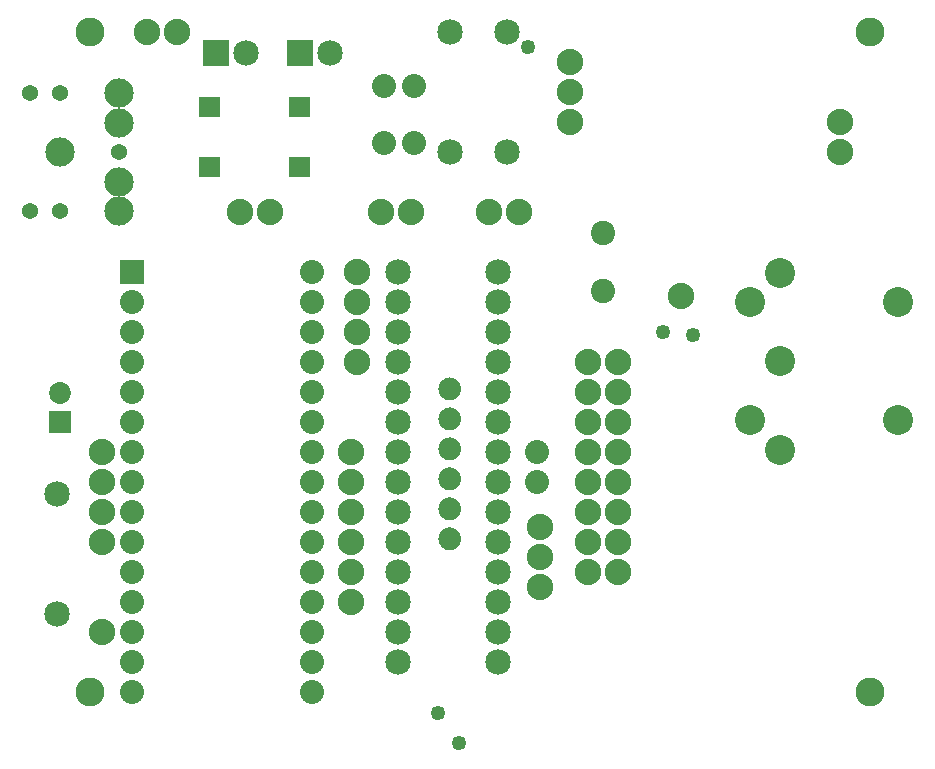
<source format=gbs>
G04 MADE WITH FRITZING*
G04 WWW.FRITZING.ORG*
G04 DOUBLE SIDED*
G04 HOLES PLATED*
G04 CONTOUR ON CENTER OF CONTOUR VECTOR*
%ASAXBY*%
%FSLAX23Y23*%
%MOIN*%
%OFA0B0*%
%SFA1.0B1.0*%
%ADD10C,0.085000*%
%ADD11C,0.049370*%
%ADD12C,0.088000*%
%ADD13C,0.080000*%
%ADD14C,0.072992*%
%ADD15C,0.096614*%
%ADD16C,0.100000*%
%ADD17C,0.069370*%
%ADD18C,0.097695*%
%ADD19C,0.097722*%
%ADD20C,0.054000*%
%ADD21C,0.080925*%
%ADD22C,0.080866*%
%ADD23R,0.072992X0.072992*%
%ADD24R,0.085000X0.085000*%
%ADD25R,0.079972X0.080000*%
%ADD26R,0.001000X0.001000*%
%LNMASK0*%
G90*
G70*
G54D10*
X1644Y382D03*
X1644Y482D03*
X1644Y582D03*
X1644Y682D03*
X1644Y782D03*
X1644Y882D03*
X1644Y982D03*
X1644Y1082D03*
X1644Y1182D03*
X1644Y1282D03*
X1644Y1382D03*
X1644Y1482D03*
X1644Y1582D03*
X1312Y1682D03*
X1312Y1582D03*
X1312Y1482D03*
X1312Y1382D03*
X1312Y1282D03*
X1312Y1182D03*
X1312Y1082D03*
X1312Y982D03*
X1312Y882D03*
X1312Y782D03*
X1312Y682D03*
X1312Y582D03*
X1312Y482D03*
X1312Y382D03*
X1644Y1682D03*
G54D11*
X2194Y1482D03*
X1514Y112D03*
X1444Y212D03*
X1744Y2432D03*
X2294Y1472D03*
G54D12*
X1714Y1882D03*
X1614Y1882D03*
X1354Y1882D03*
X1254Y1882D03*
X884Y1882D03*
X784Y1882D03*
X1154Y1082D03*
X1154Y982D03*
X1154Y882D03*
X1154Y782D03*
X1154Y682D03*
X1154Y582D03*
X324Y1082D03*
X324Y982D03*
X324Y882D03*
X324Y782D03*
X1174Y1682D03*
X1174Y1582D03*
X1174Y1482D03*
X1174Y1382D03*
G54D13*
X1774Y1082D03*
X1774Y982D03*
G54D14*
X184Y1182D03*
X184Y1280D03*
G54D10*
X174Y942D03*
X174Y542D03*
G54D12*
X1884Y2382D03*
X1884Y2282D03*
X1884Y2182D03*
X2254Y1602D03*
X1784Y632D03*
X1784Y732D03*
X1784Y832D03*
X324Y482D03*
X475Y2482D03*
X575Y2482D03*
X2784Y2082D03*
X2784Y2182D03*
X1944Y1382D03*
X1944Y1282D03*
X1944Y1182D03*
X1944Y1082D03*
X1944Y982D03*
X1944Y882D03*
X1944Y782D03*
X1944Y682D03*
X2044Y682D03*
X2044Y782D03*
X2044Y882D03*
X2044Y982D03*
X2044Y1082D03*
X2044Y1182D03*
X2044Y1282D03*
X2044Y1382D03*
G54D15*
X284Y2482D03*
X2884Y282D03*
X2884Y2482D03*
X284Y282D03*
G54D16*
X2584Y1385D03*
X2584Y1679D03*
X2584Y1088D03*
X2485Y1188D03*
X2484Y1582D03*
X2977Y1188D03*
X2977Y1582D03*
G54D13*
X1264Y2112D03*
X1364Y2112D03*
X1264Y2302D03*
X1364Y2302D03*
G54D17*
X684Y2232D03*
X984Y2232D03*
X684Y2032D03*
X984Y2032D03*
G54D18*
X184Y2082D03*
G54D19*
X381Y2279D03*
X381Y2180D03*
G54D18*
X381Y1984D03*
G54D19*
X381Y1885D03*
G54D20*
X86Y2279D03*
X86Y1885D03*
X184Y1885D03*
X381Y2082D03*
X184Y2279D03*
G54D10*
X1484Y2482D03*
X1484Y2082D03*
X1674Y2482D03*
X1674Y2082D03*
X984Y2412D03*
X1084Y2412D03*
X704Y2412D03*
X804Y2412D03*
G54D13*
X424Y1682D03*
X424Y1582D03*
X424Y1482D03*
X424Y1382D03*
X424Y1282D03*
X424Y1182D03*
X424Y1082D03*
X424Y982D03*
X424Y882D03*
X424Y782D03*
X424Y682D03*
X424Y582D03*
X424Y482D03*
X424Y382D03*
X424Y282D03*
X1024Y1682D03*
X1024Y1582D03*
X1024Y1482D03*
X1024Y1382D03*
X1024Y1282D03*
X1024Y1182D03*
X1024Y1082D03*
X1024Y982D03*
X1024Y882D03*
X1024Y782D03*
X1024Y682D03*
X1024Y582D03*
X1024Y482D03*
X1024Y382D03*
X1024Y282D03*
G54D21*
X1994Y1812D03*
G54D22*
X1994Y1619D03*
G54D23*
X184Y1182D03*
G54D24*
X984Y2412D03*
X704Y2412D03*
G54D25*
X424Y1682D03*
G54D26*
X650Y2267D02*
X718Y2267D01*
X950Y2267D02*
X1018Y2267D01*
X650Y2266D02*
X718Y2266D01*
X950Y2266D02*
X1018Y2266D01*
X650Y2265D02*
X718Y2265D01*
X950Y2265D02*
X1018Y2265D01*
X650Y2264D02*
X718Y2264D01*
X950Y2264D02*
X1018Y2264D01*
X650Y2263D02*
X718Y2263D01*
X950Y2263D02*
X1018Y2263D01*
X650Y2262D02*
X718Y2262D01*
X950Y2262D02*
X1018Y2262D01*
X650Y2261D02*
X718Y2261D01*
X950Y2261D02*
X1018Y2261D01*
X650Y2260D02*
X718Y2260D01*
X950Y2260D02*
X1018Y2260D01*
X650Y2259D02*
X718Y2259D01*
X950Y2259D02*
X1018Y2259D01*
X650Y2258D02*
X718Y2258D01*
X950Y2258D02*
X1018Y2258D01*
X650Y2257D02*
X718Y2257D01*
X950Y2257D02*
X1018Y2257D01*
X650Y2256D02*
X718Y2256D01*
X950Y2256D02*
X1018Y2256D01*
X650Y2255D02*
X718Y2255D01*
X950Y2255D02*
X1018Y2255D01*
X650Y2254D02*
X718Y2254D01*
X950Y2254D02*
X1018Y2254D01*
X650Y2253D02*
X718Y2253D01*
X950Y2253D02*
X1018Y2253D01*
X650Y2252D02*
X718Y2252D01*
X950Y2252D02*
X1018Y2252D01*
X650Y2251D02*
X718Y2251D01*
X950Y2251D02*
X1018Y2251D01*
X650Y2250D02*
X718Y2250D01*
X950Y2250D02*
X1018Y2250D01*
X650Y2249D02*
X718Y2249D01*
X950Y2249D02*
X1018Y2249D01*
X650Y2248D02*
X718Y2248D01*
X950Y2248D02*
X1018Y2248D01*
X650Y2247D02*
X679Y2247D01*
X688Y2247D02*
X718Y2247D01*
X950Y2247D02*
X979Y2247D01*
X988Y2247D02*
X1018Y2247D01*
X650Y2246D02*
X677Y2246D01*
X691Y2246D02*
X718Y2246D01*
X950Y2246D02*
X977Y2246D01*
X991Y2246D02*
X1018Y2246D01*
X650Y2245D02*
X675Y2245D01*
X693Y2245D02*
X718Y2245D01*
X950Y2245D02*
X975Y2245D01*
X992Y2245D02*
X1018Y2245D01*
X650Y2244D02*
X674Y2244D01*
X694Y2244D02*
X718Y2244D01*
X950Y2244D02*
X974Y2244D01*
X994Y2244D02*
X1018Y2244D01*
X650Y2243D02*
X673Y2243D01*
X695Y2243D02*
X718Y2243D01*
X950Y2243D02*
X973Y2243D01*
X995Y2243D02*
X1018Y2243D01*
X650Y2242D02*
X672Y2242D01*
X696Y2242D02*
X718Y2242D01*
X950Y2242D02*
X972Y2242D01*
X996Y2242D02*
X1018Y2242D01*
X650Y2241D02*
X671Y2241D01*
X696Y2241D02*
X718Y2241D01*
X950Y2241D02*
X971Y2241D01*
X996Y2241D02*
X1018Y2241D01*
X650Y2240D02*
X670Y2240D01*
X697Y2240D02*
X718Y2240D01*
X950Y2240D02*
X970Y2240D01*
X997Y2240D02*
X1018Y2240D01*
X650Y2239D02*
X670Y2239D01*
X698Y2239D02*
X718Y2239D01*
X950Y2239D02*
X970Y2239D01*
X998Y2239D02*
X1018Y2239D01*
X650Y2238D02*
X669Y2238D01*
X698Y2238D02*
X718Y2238D01*
X950Y2238D02*
X969Y2238D01*
X998Y2238D02*
X1018Y2238D01*
X650Y2237D02*
X669Y2237D01*
X698Y2237D02*
X718Y2237D01*
X950Y2237D02*
X969Y2237D01*
X998Y2237D02*
X1018Y2237D01*
X650Y2236D02*
X669Y2236D01*
X699Y2236D02*
X718Y2236D01*
X950Y2236D02*
X969Y2236D01*
X999Y2236D02*
X1018Y2236D01*
X650Y2235D02*
X669Y2235D01*
X699Y2235D02*
X718Y2235D01*
X950Y2235D02*
X969Y2235D01*
X999Y2235D02*
X1018Y2235D01*
X650Y2234D02*
X669Y2234D01*
X699Y2234D02*
X718Y2234D01*
X950Y2234D02*
X969Y2234D01*
X999Y2234D02*
X1018Y2234D01*
X650Y2233D02*
X669Y2233D01*
X699Y2233D02*
X718Y2233D01*
X950Y2233D02*
X969Y2233D01*
X999Y2233D02*
X1018Y2233D01*
X650Y2232D02*
X669Y2232D01*
X699Y2232D02*
X718Y2232D01*
X950Y2232D02*
X969Y2232D01*
X999Y2232D02*
X1018Y2232D01*
X650Y2231D02*
X669Y2231D01*
X699Y2231D02*
X718Y2231D01*
X950Y2231D02*
X969Y2231D01*
X999Y2231D02*
X1018Y2231D01*
X650Y2230D02*
X669Y2230D01*
X699Y2230D02*
X718Y2230D01*
X950Y2230D02*
X969Y2230D01*
X999Y2230D02*
X1018Y2230D01*
X650Y2229D02*
X669Y2229D01*
X698Y2229D02*
X718Y2229D01*
X950Y2229D02*
X969Y2229D01*
X998Y2229D02*
X1018Y2229D01*
X650Y2228D02*
X669Y2228D01*
X698Y2228D02*
X718Y2228D01*
X950Y2228D02*
X969Y2228D01*
X998Y2228D02*
X1018Y2228D01*
X650Y2227D02*
X670Y2227D01*
X698Y2227D02*
X718Y2227D01*
X950Y2227D02*
X970Y2227D01*
X998Y2227D02*
X1018Y2227D01*
X650Y2226D02*
X670Y2226D01*
X697Y2226D02*
X718Y2226D01*
X950Y2226D02*
X970Y2226D01*
X997Y2226D02*
X1018Y2226D01*
X650Y2225D02*
X671Y2225D01*
X697Y2225D02*
X718Y2225D01*
X950Y2225D02*
X971Y2225D01*
X997Y2225D02*
X1018Y2225D01*
X650Y2224D02*
X672Y2224D01*
X696Y2224D02*
X718Y2224D01*
X950Y2224D02*
X972Y2224D01*
X996Y2224D02*
X1018Y2224D01*
X650Y2223D02*
X672Y2223D01*
X695Y2223D02*
X718Y2223D01*
X950Y2223D02*
X972Y2223D01*
X995Y2223D02*
X1018Y2223D01*
X650Y2222D02*
X673Y2222D01*
X694Y2222D02*
X718Y2222D01*
X950Y2222D02*
X973Y2222D01*
X994Y2222D02*
X1018Y2222D01*
X650Y2221D02*
X675Y2221D01*
X693Y2221D02*
X718Y2221D01*
X950Y2221D02*
X975Y2221D01*
X993Y2221D02*
X1018Y2221D01*
X650Y2220D02*
X676Y2220D01*
X691Y2220D02*
X718Y2220D01*
X950Y2220D02*
X976Y2220D01*
X991Y2220D02*
X1018Y2220D01*
X650Y2219D02*
X678Y2219D01*
X689Y2219D02*
X718Y2219D01*
X950Y2219D02*
X978Y2219D01*
X989Y2219D02*
X1018Y2219D01*
X650Y2218D02*
X718Y2218D01*
X950Y2218D02*
X1018Y2218D01*
X650Y2217D02*
X718Y2217D01*
X950Y2217D02*
X1018Y2217D01*
X650Y2216D02*
X718Y2216D01*
X950Y2216D02*
X1018Y2216D01*
X650Y2215D02*
X718Y2215D01*
X950Y2215D02*
X1018Y2215D01*
X650Y2214D02*
X718Y2214D01*
X950Y2214D02*
X1018Y2214D01*
X650Y2213D02*
X718Y2213D01*
X950Y2213D02*
X1018Y2213D01*
X650Y2212D02*
X718Y2212D01*
X950Y2212D02*
X1018Y2212D01*
X650Y2211D02*
X718Y2211D01*
X950Y2211D02*
X1018Y2211D01*
X650Y2210D02*
X718Y2210D01*
X950Y2210D02*
X1018Y2210D01*
X650Y2209D02*
X718Y2209D01*
X950Y2209D02*
X1018Y2209D01*
X650Y2208D02*
X718Y2208D01*
X950Y2208D02*
X1018Y2208D01*
X650Y2207D02*
X718Y2207D01*
X950Y2207D02*
X1018Y2207D01*
X650Y2206D02*
X718Y2206D01*
X950Y2206D02*
X1018Y2206D01*
X650Y2205D02*
X718Y2205D01*
X950Y2205D02*
X1018Y2205D01*
X650Y2204D02*
X718Y2204D01*
X950Y2204D02*
X1018Y2204D01*
X650Y2203D02*
X718Y2203D01*
X950Y2203D02*
X1018Y2203D01*
X650Y2202D02*
X718Y2202D01*
X950Y2202D02*
X1018Y2202D01*
X650Y2201D02*
X718Y2201D01*
X950Y2201D02*
X1018Y2201D01*
X650Y2200D02*
X718Y2200D01*
X950Y2200D02*
X1018Y2200D01*
X650Y2199D02*
X718Y2199D01*
X950Y2199D02*
X1018Y2199D01*
X650Y2067D02*
X718Y2067D01*
X950Y2067D02*
X1018Y2067D01*
X650Y2066D02*
X718Y2066D01*
X950Y2066D02*
X1018Y2066D01*
X650Y2065D02*
X718Y2065D01*
X950Y2065D02*
X1018Y2065D01*
X650Y2064D02*
X718Y2064D01*
X950Y2064D02*
X1018Y2064D01*
X650Y2063D02*
X718Y2063D01*
X950Y2063D02*
X1018Y2063D01*
X650Y2062D02*
X718Y2062D01*
X950Y2062D02*
X1018Y2062D01*
X650Y2061D02*
X718Y2061D01*
X950Y2061D02*
X1018Y2061D01*
X650Y2060D02*
X718Y2060D01*
X950Y2060D02*
X1018Y2060D01*
X650Y2059D02*
X718Y2059D01*
X950Y2059D02*
X1018Y2059D01*
X650Y2058D02*
X718Y2058D01*
X950Y2058D02*
X1018Y2058D01*
X650Y2057D02*
X718Y2057D01*
X950Y2057D02*
X1018Y2057D01*
X650Y2056D02*
X718Y2056D01*
X950Y2056D02*
X1018Y2056D01*
X650Y2055D02*
X718Y2055D01*
X950Y2055D02*
X1018Y2055D01*
X650Y2054D02*
X718Y2054D01*
X950Y2054D02*
X1018Y2054D01*
X650Y2053D02*
X718Y2053D01*
X950Y2053D02*
X1018Y2053D01*
X650Y2052D02*
X718Y2052D01*
X950Y2052D02*
X1018Y2052D01*
X650Y2051D02*
X718Y2051D01*
X950Y2051D02*
X1018Y2051D01*
X650Y2050D02*
X718Y2050D01*
X950Y2050D02*
X1018Y2050D01*
X650Y2049D02*
X718Y2049D01*
X950Y2049D02*
X1018Y2049D01*
X650Y2048D02*
X718Y2048D01*
X950Y2048D02*
X1018Y2048D01*
X650Y2047D02*
X679Y2047D01*
X688Y2047D02*
X718Y2047D01*
X950Y2047D02*
X979Y2047D01*
X988Y2047D02*
X1018Y2047D01*
X650Y2046D02*
X677Y2046D01*
X691Y2046D02*
X718Y2046D01*
X950Y2046D02*
X977Y2046D01*
X991Y2046D02*
X1018Y2046D01*
X650Y2045D02*
X675Y2045D01*
X693Y2045D02*
X718Y2045D01*
X950Y2045D02*
X975Y2045D01*
X993Y2045D02*
X1018Y2045D01*
X650Y2044D02*
X674Y2044D01*
X694Y2044D02*
X718Y2044D01*
X950Y2044D02*
X974Y2044D01*
X994Y2044D02*
X1018Y2044D01*
X650Y2043D02*
X673Y2043D01*
X695Y2043D02*
X718Y2043D01*
X950Y2043D02*
X973Y2043D01*
X995Y2043D02*
X1018Y2043D01*
X650Y2042D02*
X672Y2042D01*
X696Y2042D02*
X718Y2042D01*
X950Y2042D02*
X972Y2042D01*
X996Y2042D02*
X1018Y2042D01*
X650Y2041D02*
X671Y2041D01*
X697Y2041D02*
X718Y2041D01*
X950Y2041D02*
X971Y2041D01*
X996Y2041D02*
X1018Y2041D01*
X650Y2040D02*
X670Y2040D01*
X697Y2040D02*
X718Y2040D01*
X950Y2040D02*
X970Y2040D01*
X997Y2040D02*
X1018Y2040D01*
X650Y2039D02*
X670Y2039D01*
X698Y2039D02*
X718Y2039D01*
X950Y2039D02*
X970Y2039D01*
X998Y2039D02*
X1018Y2039D01*
X650Y2038D02*
X669Y2038D01*
X698Y2038D02*
X718Y2038D01*
X950Y2038D02*
X969Y2038D01*
X998Y2038D02*
X1018Y2038D01*
X650Y2037D02*
X669Y2037D01*
X698Y2037D02*
X718Y2037D01*
X950Y2037D02*
X969Y2037D01*
X998Y2037D02*
X1018Y2037D01*
X650Y2036D02*
X669Y2036D01*
X699Y2036D02*
X718Y2036D01*
X950Y2036D02*
X969Y2036D01*
X999Y2036D02*
X1018Y2036D01*
X650Y2035D02*
X669Y2035D01*
X699Y2035D02*
X718Y2035D01*
X950Y2035D02*
X969Y2035D01*
X999Y2035D02*
X1018Y2035D01*
X650Y2034D02*
X669Y2034D01*
X699Y2034D02*
X718Y2034D01*
X950Y2034D02*
X969Y2034D01*
X999Y2034D02*
X1018Y2034D01*
X650Y2033D02*
X669Y2033D01*
X699Y2033D02*
X718Y2033D01*
X950Y2033D02*
X969Y2033D01*
X999Y2033D02*
X1018Y2033D01*
X650Y2032D02*
X669Y2032D01*
X699Y2032D02*
X718Y2032D01*
X950Y2032D02*
X969Y2032D01*
X999Y2032D02*
X1018Y2032D01*
X650Y2031D02*
X669Y2031D01*
X699Y2031D02*
X718Y2031D01*
X950Y2031D02*
X969Y2031D01*
X999Y2031D02*
X1018Y2031D01*
X650Y2030D02*
X669Y2030D01*
X699Y2030D02*
X718Y2030D01*
X950Y2030D02*
X969Y2030D01*
X999Y2030D02*
X1018Y2030D01*
X650Y2029D02*
X669Y2029D01*
X698Y2029D02*
X718Y2029D01*
X950Y2029D02*
X969Y2029D01*
X998Y2029D02*
X1018Y2029D01*
X650Y2028D02*
X669Y2028D01*
X698Y2028D02*
X718Y2028D01*
X950Y2028D02*
X969Y2028D01*
X998Y2028D02*
X1018Y2028D01*
X650Y2027D02*
X670Y2027D01*
X698Y2027D02*
X718Y2027D01*
X950Y2027D02*
X970Y2027D01*
X998Y2027D02*
X1018Y2027D01*
X650Y2026D02*
X670Y2026D01*
X697Y2026D02*
X718Y2026D01*
X950Y2026D02*
X970Y2026D01*
X997Y2026D02*
X1018Y2026D01*
X650Y2025D02*
X671Y2025D01*
X697Y2025D02*
X718Y2025D01*
X950Y2025D02*
X971Y2025D01*
X997Y2025D02*
X1018Y2025D01*
X650Y2024D02*
X672Y2024D01*
X696Y2024D02*
X718Y2024D01*
X950Y2024D02*
X972Y2024D01*
X996Y2024D02*
X1018Y2024D01*
X650Y2023D02*
X672Y2023D01*
X695Y2023D02*
X718Y2023D01*
X950Y2023D02*
X972Y2023D01*
X995Y2023D02*
X1018Y2023D01*
X650Y2022D02*
X673Y2022D01*
X694Y2022D02*
X718Y2022D01*
X950Y2022D02*
X973Y2022D01*
X994Y2022D02*
X1018Y2022D01*
X650Y2021D02*
X675Y2021D01*
X693Y2021D02*
X718Y2021D01*
X950Y2021D02*
X975Y2021D01*
X993Y2021D02*
X1018Y2021D01*
X650Y2020D02*
X676Y2020D01*
X691Y2020D02*
X718Y2020D01*
X950Y2020D02*
X976Y2020D01*
X991Y2020D02*
X1018Y2020D01*
X650Y2019D02*
X678Y2019D01*
X689Y2019D02*
X718Y2019D01*
X950Y2019D02*
X978Y2019D01*
X989Y2019D02*
X1018Y2019D01*
X650Y2018D02*
X718Y2018D01*
X950Y2018D02*
X1018Y2018D01*
X650Y2017D02*
X718Y2017D01*
X950Y2017D02*
X1018Y2017D01*
X650Y2016D02*
X718Y2016D01*
X950Y2016D02*
X1018Y2016D01*
X650Y2015D02*
X718Y2015D01*
X950Y2015D02*
X1018Y2015D01*
X650Y2014D02*
X718Y2014D01*
X950Y2014D02*
X1018Y2014D01*
X650Y2013D02*
X718Y2013D01*
X950Y2013D02*
X1018Y2013D01*
X650Y2012D02*
X718Y2012D01*
X950Y2012D02*
X1018Y2012D01*
X650Y2011D02*
X718Y2011D01*
X950Y2011D02*
X1018Y2011D01*
X650Y2010D02*
X718Y2010D01*
X950Y2010D02*
X1018Y2010D01*
X650Y2009D02*
X718Y2009D01*
X950Y2009D02*
X1018Y2009D01*
X650Y2008D02*
X718Y2008D01*
X950Y2008D02*
X1018Y2008D01*
X650Y2007D02*
X718Y2007D01*
X950Y2007D02*
X1018Y2007D01*
X650Y2006D02*
X718Y2006D01*
X950Y2006D02*
X1018Y2006D01*
X650Y2005D02*
X718Y2005D01*
X950Y2005D02*
X1018Y2005D01*
X650Y2004D02*
X718Y2004D01*
X950Y2004D02*
X1018Y2004D01*
X650Y2003D02*
X718Y2003D01*
X950Y2003D02*
X1018Y2003D01*
X650Y2002D02*
X718Y2002D01*
X950Y2002D02*
X1018Y2002D01*
X650Y2001D02*
X718Y2001D01*
X950Y2001D02*
X1018Y2001D01*
X650Y2000D02*
X718Y2000D01*
X950Y2000D02*
X1018Y2000D01*
X650Y1999D02*
X718Y1999D01*
X950Y1999D02*
X1018Y1999D01*
X1482Y1331D02*
X1485Y1331D01*
X1475Y1330D02*
X1492Y1330D01*
X1472Y1329D02*
X1495Y1329D01*
X1469Y1328D02*
X1498Y1328D01*
X1467Y1327D02*
X1500Y1327D01*
X1465Y1326D02*
X1502Y1326D01*
X1464Y1325D02*
X1504Y1325D01*
X1462Y1324D02*
X1505Y1324D01*
X1461Y1323D02*
X1506Y1323D01*
X1460Y1322D02*
X1508Y1322D01*
X1458Y1321D02*
X1509Y1321D01*
X1457Y1320D02*
X1510Y1320D01*
X1456Y1319D02*
X1511Y1319D01*
X1455Y1318D02*
X1512Y1318D01*
X1455Y1317D02*
X1513Y1317D01*
X1454Y1316D02*
X1513Y1316D01*
X1453Y1315D02*
X1514Y1315D01*
X1452Y1314D02*
X1515Y1314D01*
X1452Y1313D02*
X1515Y1313D01*
X1451Y1312D02*
X1516Y1312D01*
X1451Y1311D02*
X1517Y1311D01*
X1450Y1310D02*
X1517Y1310D01*
X1450Y1309D02*
X1518Y1309D01*
X1449Y1308D02*
X1518Y1308D01*
X1449Y1307D02*
X1518Y1307D01*
X1448Y1306D02*
X1519Y1306D01*
X1448Y1305D02*
X1519Y1305D01*
X1448Y1304D02*
X1519Y1304D01*
X1448Y1303D02*
X1520Y1303D01*
X1447Y1302D02*
X1520Y1302D01*
X1447Y1301D02*
X1520Y1301D01*
X1447Y1300D02*
X1520Y1300D01*
X1447Y1299D02*
X1521Y1299D01*
X1447Y1298D02*
X1521Y1298D01*
X1446Y1297D02*
X1521Y1297D01*
X1446Y1296D02*
X1521Y1296D01*
X1446Y1295D02*
X1521Y1295D01*
X1446Y1294D02*
X1521Y1294D01*
X1446Y1293D02*
X1521Y1293D01*
X1446Y1292D02*
X1521Y1292D01*
X1446Y1291D02*
X1521Y1291D01*
X1446Y1290D02*
X1521Y1290D01*
X1446Y1289D02*
X1521Y1289D01*
X1447Y1288D02*
X1521Y1288D01*
X1447Y1287D02*
X1521Y1287D01*
X1447Y1286D02*
X1520Y1286D01*
X1447Y1285D02*
X1520Y1285D01*
X1447Y1284D02*
X1520Y1284D01*
X1448Y1283D02*
X1520Y1283D01*
X1448Y1282D02*
X1519Y1282D01*
X1448Y1281D02*
X1519Y1281D01*
X1449Y1280D02*
X1519Y1280D01*
X1449Y1279D02*
X1518Y1279D01*
X1449Y1278D02*
X1518Y1278D01*
X1450Y1277D02*
X1517Y1277D01*
X1450Y1276D02*
X1517Y1276D01*
X1451Y1275D02*
X1516Y1275D01*
X1451Y1274D02*
X1516Y1274D01*
X1452Y1273D02*
X1515Y1273D01*
X1453Y1272D02*
X1515Y1272D01*
X1453Y1271D02*
X1514Y1271D01*
X1454Y1270D02*
X1513Y1270D01*
X1455Y1269D02*
X1512Y1269D01*
X1456Y1268D02*
X1512Y1268D01*
X1457Y1267D02*
X1511Y1267D01*
X1458Y1266D02*
X1510Y1266D01*
X1459Y1265D02*
X1509Y1265D01*
X1460Y1264D02*
X1507Y1264D01*
X1461Y1263D02*
X1506Y1263D01*
X1463Y1262D02*
X1505Y1262D01*
X1464Y1261D02*
X1503Y1261D01*
X1466Y1260D02*
X1502Y1260D01*
X1468Y1259D02*
X1500Y1259D01*
X1470Y1258D02*
X1497Y1258D01*
X1473Y1257D02*
X1495Y1257D01*
X1477Y1256D02*
X1491Y1256D01*
X1482Y1231D02*
X1486Y1231D01*
X1475Y1230D02*
X1492Y1230D01*
X1472Y1229D02*
X1496Y1229D01*
X1469Y1228D02*
X1498Y1228D01*
X1467Y1227D02*
X1500Y1227D01*
X1465Y1226D02*
X1502Y1226D01*
X1464Y1225D02*
X1504Y1225D01*
X1462Y1224D02*
X1505Y1224D01*
X1461Y1223D02*
X1507Y1223D01*
X1459Y1222D02*
X1508Y1222D01*
X1458Y1221D02*
X1509Y1221D01*
X1457Y1220D02*
X1510Y1220D01*
X1456Y1219D02*
X1511Y1219D01*
X1455Y1218D02*
X1512Y1218D01*
X1455Y1217D02*
X1513Y1217D01*
X1454Y1216D02*
X1513Y1216D01*
X1453Y1215D02*
X1514Y1215D01*
X1452Y1214D02*
X1515Y1214D01*
X1452Y1213D02*
X1515Y1213D01*
X1451Y1212D02*
X1516Y1212D01*
X1451Y1211D02*
X1517Y1211D01*
X1450Y1210D02*
X1517Y1210D01*
X1450Y1209D02*
X1518Y1209D01*
X1449Y1208D02*
X1518Y1208D01*
X1449Y1207D02*
X1518Y1207D01*
X1448Y1206D02*
X1519Y1206D01*
X1448Y1205D02*
X1519Y1205D01*
X1448Y1204D02*
X1519Y1204D01*
X1448Y1203D02*
X1520Y1203D01*
X1447Y1202D02*
X1520Y1202D01*
X1447Y1201D02*
X1520Y1201D01*
X1447Y1200D02*
X1520Y1200D01*
X1447Y1199D02*
X1521Y1199D01*
X1447Y1198D02*
X1521Y1198D01*
X1446Y1197D02*
X1521Y1197D01*
X1446Y1196D02*
X1521Y1196D01*
X1446Y1195D02*
X1521Y1195D01*
X1446Y1194D02*
X1521Y1194D01*
X1446Y1193D02*
X1521Y1193D01*
X1446Y1192D02*
X1521Y1192D01*
X1446Y1191D02*
X1521Y1191D01*
X1446Y1190D02*
X1521Y1190D01*
X1446Y1189D02*
X1521Y1189D01*
X1447Y1188D02*
X1521Y1188D01*
X1447Y1187D02*
X1521Y1187D01*
X1447Y1186D02*
X1520Y1186D01*
X1447Y1185D02*
X1520Y1185D01*
X1447Y1184D02*
X1520Y1184D01*
X1448Y1183D02*
X1520Y1183D01*
X1448Y1182D02*
X1519Y1182D01*
X1448Y1181D02*
X1519Y1181D01*
X1449Y1180D02*
X1519Y1180D01*
X1449Y1179D02*
X1518Y1179D01*
X1449Y1178D02*
X1518Y1178D01*
X1450Y1177D02*
X1517Y1177D01*
X1450Y1176D02*
X1517Y1176D01*
X1451Y1175D02*
X1516Y1175D01*
X1451Y1174D02*
X1516Y1174D01*
X1452Y1173D02*
X1515Y1173D01*
X1453Y1172D02*
X1515Y1172D01*
X1453Y1171D02*
X1514Y1171D01*
X1454Y1170D02*
X1513Y1170D01*
X1455Y1169D02*
X1512Y1169D01*
X1456Y1168D02*
X1511Y1168D01*
X1457Y1167D02*
X1511Y1167D01*
X1458Y1166D02*
X1510Y1166D01*
X1459Y1165D02*
X1509Y1165D01*
X1460Y1164D02*
X1507Y1164D01*
X1461Y1163D02*
X1506Y1163D01*
X1463Y1162D02*
X1505Y1162D01*
X1464Y1161D02*
X1503Y1161D01*
X1466Y1160D02*
X1502Y1160D01*
X1468Y1159D02*
X1500Y1159D01*
X1470Y1158D02*
X1497Y1158D01*
X1473Y1157D02*
X1495Y1157D01*
X1477Y1156D02*
X1490Y1156D01*
X1481Y1131D02*
X1487Y1131D01*
X1475Y1130D02*
X1492Y1130D01*
X1472Y1129D02*
X1496Y1129D01*
X1469Y1128D02*
X1498Y1128D01*
X1467Y1127D02*
X1500Y1127D01*
X1465Y1126D02*
X1502Y1126D01*
X1463Y1125D02*
X1504Y1125D01*
X1462Y1124D02*
X1505Y1124D01*
X1461Y1123D02*
X1507Y1123D01*
X1459Y1122D02*
X1508Y1122D01*
X1458Y1121D02*
X1509Y1121D01*
X1457Y1120D02*
X1510Y1120D01*
X1456Y1119D02*
X1511Y1119D01*
X1455Y1118D02*
X1512Y1118D01*
X1455Y1117D02*
X1513Y1117D01*
X1454Y1116D02*
X1513Y1116D01*
X1453Y1115D02*
X1514Y1115D01*
X1452Y1114D02*
X1515Y1114D01*
X1452Y1113D02*
X1515Y1113D01*
X1451Y1112D02*
X1516Y1112D01*
X1451Y1111D02*
X1517Y1111D01*
X1450Y1110D02*
X1517Y1110D01*
X1450Y1109D02*
X1518Y1109D01*
X1449Y1108D02*
X1518Y1108D01*
X1449Y1107D02*
X1518Y1107D01*
X1448Y1106D02*
X1519Y1106D01*
X1448Y1105D02*
X1519Y1105D01*
X1448Y1104D02*
X1519Y1104D01*
X1448Y1103D02*
X1520Y1103D01*
X1447Y1102D02*
X1520Y1102D01*
X1447Y1101D02*
X1520Y1101D01*
X1447Y1100D02*
X1520Y1100D01*
X1447Y1099D02*
X1521Y1099D01*
X1447Y1098D02*
X1521Y1098D01*
X1446Y1097D02*
X1521Y1097D01*
X1446Y1096D02*
X1521Y1096D01*
X1446Y1095D02*
X1521Y1095D01*
X1446Y1094D02*
X1521Y1094D01*
X1446Y1093D02*
X1521Y1093D01*
X1446Y1092D02*
X1521Y1092D01*
X1446Y1091D02*
X1521Y1091D01*
X1446Y1090D02*
X1521Y1090D01*
X1446Y1089D02*
X1521Y1089D01*
X1447Y1088D02*
X1521Y1088D01*
X1447Y1087D02*
X1520Y1087D01*
X1447Y1086D02*
X1520Y1086D01*
X1447Y1085D02*
X1520Y1085D01*
X1447Y1084D02*
X1520Y1084D01*
X1448Y1083D02*
X1520Y1083D01*
X1448Y1082D02*
X1519Y1082D01*
X1448Y1081D02*
X1519Y1081D01*
X1449Y1080D02*
X1519Y1080D01*
X1449Y1079D02*
X1518Y1079D01*
X1449Y1078D02*
X1518Y1078D01*
X1450Y1077D02*
X1517Y1077D01*
X1450Y1076D02*
X1517Y1076D01*
X1451Y1075D02*
X1516Y1075D01*
X1451Y1074D02*
X1516Y1074D01*
X1452Y1073D02*
X1515Y1073D01*
X1453Y1072D02*
X1515Y1072D01*
X1453Y1071D02*
X1514Y1071D01*
X1454Y1070D02*
X1513Y1070D01*
X1455Y1069D02*
X1512Y1069D01*
X1456Y1068D02*
X1511Y1068D01*
X1457Y1067D02*
X1511Y1067D01*
X1458Y1066D02*
X1510Y1066D01*
X1459Y1065D02*
X1508Y1065D01*
X1460Y1064D02*
X1507Y1064D01*
X1461Y1063D02*
X1506Y1063D01*
X1463Y1062D02*
X1505Y1062D01*
X1464Y1061D02*
X1503Y1061D01*
X1466Y1060D02*
X1501Y1060D01*
X1468Y1059D02*
X1499Y1059D01*
X1470Y1058D02*
X1497Y1058D01*
X1473Y1057D02*
X1494Y1057D01*
X1477Y1056D02*
X1490Y1056D01*
X1480Y1031D02*
X1487Y1031D01*
X1475Y1030D02*
X1492Y1030D01*
X1472Y1029D02*
X1496Y1029D01*
X1469Y1028D02*
X1498Y1028D01*
X1467Y1027D02*
X1500Y1027D01*
X1465Y1026D02*
X1502Y1026D01*
X1463Y1025D02*
X1504Y1025D01*
X1462Y1024D02*
X1505Y1024D01*
X1461Y1023D02*
X1507Y1023D01*
X1459Y1022D02*
X1508Y1022D01*
X1458Y1021D02*
X1509Y1021D01*
X1457Y1020D02*
X1510Y1020D01*
X1456Y1019D02*
X1511Y1019D01*
X1455Y1018D02*
X1512Y1018D01*
X1455Y1017D02*
X1513Y1017D01*
X1454Y1016D02*
X1513Y1016D01*
X1453Y1015D02*
X1514Y1015D01*
X1452Y1014D02*
X1515Y1014D01*
X1452Y1013D02*
X1515Y1013D01*
X1451Y1012D02*
X1516Y1012D01*
X1451Y1011D02*
X1517Y1011D01*
X1450Y1010D02*
X1517Y1010D01*
X1450Y1009D02*
X1518Y1009D01*
X1449Y1008D02*
X1518Y1008D01*
X1449Y1007D02*
X1518Y1007D01*
X1448Y1006D02*
X1519Y1006D01*
X1448Y1005D02*
X1519Y1005D01*
X1448Y1004D02*
X1519Y1004D01*
X1448Y1003D02*
X1520Y1003D01*
X1447Y1002D02*
X1520Y1002D01*
X1447Y1001D02*
X1520Y1001D01*
X1447Y1000D02*
X1520Y1000D01*
X1447Y999D02*
X1521Y999D01*
X1447Y998D02*
X1521Y998D01*
X1446Y997D02*
X1521Y997D01*
X1446Y996D02*
X1521Y996D01*
X1446Y995D02*
X1521Y995D01*
X1446Y994D02*
X1521Y994D01*
X1446Y993D02*
X1521Y993D01*
X1446Y992D02*
X1521Y992D01*
X1446Y991D02*
X1521Y991D01*
X1446Y990D02*
X1521Y990D01*
X1446Y989D02*
X1521Y989D01*
X1447Y988D02*
X1521Y988D01*
X1447Y987D02*
X1520Y987D01*
X1447Y986D02*
X1520Y986D01*
X1447Y985D02*
X1520Y985D01*
X1447Y984D02*
X1520Y984D01*
X1448Y983D02*
X1520Y983D01*
X1448Y982D02*
X1519Y982D01*
X1448Y981D02*
X1519Y981D01*
X1449Y980D02*
X1519Y980D01*
X1449Y979D02*
X1518Y979D01*
X1449Y978D02*
X1518Y978D01*
X1450Y977D02*
X1517Y977D01*
X1450Y976D02*
X1517Y976D01*
X1451Y975D02*
X1516Y975D01*
X1451Y974D02*
X1516Y974D01*
X1452Y973D02*
X1515Y973D01*
X1453Y972D02*
X1515Y972D01*
X1453Y971D02*
X1514Y971D01*
X1454Y970D02*
X1513Y970D01*
X1455Y969D02*
X1512Y969D01*
X1456Y968D02*
X1511Y968D01*
X1457Y967D02*
X1511Y967D01*
X1458Y966D02*
X1510Y966D01*
X1459Y965D02*
X1508Y965D01*
X1460Y964D02*
X1507Y964D01*
X1461Y963D02*
X1506Y963D01*
X1463Y962D02*
X1505Y962D01*
X1464Y961D02*
X1503Y961D01*
X1466Y960D02*
X1501Y960D01*
X1468Y959D02*
X1499Y959D01*
X1470Y958D02*
X1497Y958D01*
X1473Y957D02*
X1494Y957D01*
X1477Y956D02*
X1490Y956D01*
X1480Y931D02*
X1487Y931D01*
X1475Y930D02*
X1492Y930D01*
X1471Y929D02*
X1496Y929D01*
X1469Y928D02*
X1498Y928D01*
X1467Y927D02*
X1500Y927D01*
X1465Y926D02*
X1502Y926D01*
X1463Y925D02*
X1504Y925D01*
X1462Y924D02*
X1505Y924D01*
X1461Y923D02*
X1507Y923D01*
X1459Y922D02*
X1508Y922D01*
X1458Y921D02*
X1509Y921D01*
X1457Y920D02*
X1510Y920D01*
X1456Y919D02*
X1511Y919D01*
X1455Y918D02*
X1512Y918D01*
X1455Y917D02*
X1513Y917D01*
X1454Y916D02*
X1513Y916D01*
X1453Y915D02*
X1514Y915D01*
X1452Y914D02*
X1515Y914D01*
X1452Y913D02*
X1515Y913D01*
X1451Y912D02*
X1516Y912D01*
X1451Y911D02*
X1517Y911D01*
X1450Y910D02*
X1517Y910D01*
X1450Y909D02*
X1518Y909D01*
X1449Y908D02*
X1518Y908D01*
X1449Y907D02*
X1518Y907D01*
X1448Y906D02*
X1519Y906D01*
X1448Y905D02*
X1519Y905D01*
X1448Y904D02*
X1519Y904D01*
X1448Y903D02*
X1520Y903D01*
X1447Y902D02*
X1520Y902D01*
X1447Y901D02*
X1520Y901D01*
X1447Y900D02*
X1520Y900D01*
X1447Y899D02*
X1521Y899D01*
X1447Y898D02*
X1521Y898D01*
X1446Y897D02*
X1521Y897D01*
X1446Y896D02*
X1521Y896D01*
X1446Y895D02*
X1521Y895D01*
X1446Y894D02*
X1521Y894D01*
X1446Y893D02*
X1521Y893D01*
X1446Y892D02*
X1521Y892D01*
X1446Y891D02*
X1521Y891D01*
X1446Y890D02*
X1521Y890D01*
X1446Y889D02*
X1521Y889D01*
X1447Y888D02*
X1521Y888D01*
X1447Y887D02*
X1520Y887D01*
X1447Y886D02*
X1520Y886D01*
X1447Y885D02*
X1520Y885D01*
X1447Y884D02*
X1520Y884D01*
X1448Y883D02*
X1520Y883D01*
X1448Y882D02*
X1519Y882D01*
X1448Y881D02*
X1519Y881D01*
X1449Y880D02*
X1519Y880D01*
X1449Y879D02*
X1518Y879D01*
X1449Y878D02*
X1518Y878D01*
X1450Y877D02*
X1517Y877D01*
X1450Y876D02*
X1517Y876D01*
X1451Y875D02*
X1516Y875D01*
X1451Y874D02*
X1516Y874D01*
X1452Y873D02*
X1515Y873D01*
X1453Y872D02*
X1514Y872D01*
X1453Y871D02*
X1514Y871D01*
X1454Y870D02*
X1513Y870D01*
X1455Y869D02*
X1512Y869D01*
X1456Y868D02*
X1511Y868D01*
X1457Y867D02*
X1510Y867D01*
X1458Y866D02*
X1510Y866D01*
X1459Y865D02*
X1508Y865D01*
X1460Y864D02*
X1507Y864D01*
X1461Y863D02*
X1506Y863D01*
X1463Y862D02*
X1505Y862D01*
X1464Y861D02*
X1503Y861D01*
X1466Y860D02*
X1501Y860D01*
X1468Y859D02*
X1499Y859D01*
X1470Y858D02*
X1497Y858D01*
X1473Y857D02*
X1494Y857D01*
X1477Y856D02*
X1490Y856D01*
X1480Y831D02*
X1487Y831D01*
X1475Y830D02*
X1493Y830D01*
X1471Y829D02*
X1496Y829D01*
X1469Y828D02*
X1499Y828D01*
X1467Y827D02*
X1501Y827D01*
X1465Y826D02*
X1502Y826D01*
X1463Y825D02*
X1504Y825D01*
X1462Y824D02*
X1505Y824D01*
X1461Y823D02*
X1507Y823D01*
X1459Y822D02*
X1508Y822D01*
X1458Y821D02*
X1509Y821D01*
X1457Y820D02*
X1510Y820D01*
X1456Y819D02*
X1511Y819D01*
X1455Y818D02*
X1512Y818D01*
X1455Y817D02*
X1513Y817D01*
X1454Y816D02*
X1513Y816D01*
X1453Y815D02*
X1514Y815D01*
X1452Y814D02*
X1515Y814D01*
X1452Y813D02*
X1515Y813D01*
X1451Y812D02*
X1516Y812D01*
X1451Y811D02*
X1517Y811D01*
X1450Y810D02*
X1517Y810D01*
X1450Y809D02*
X1518Y809D01*
X1449Y808D02*
X1518Y808D01*
X1449Y807D02*
X1519Y807D01*
X1448Y806D02*
X1519Y806D01*
X1448Y805D02*
X1519Y805D01*
X1448Y804D02*
X1519Y804D01*
X1447Y803D02*
X1520Y803D01*
X1447Y802D02*
X1520Y802D01*
X1447Y801D02*
X1520Y801D01*
X1447Y800D02*
X1520Y800D01*
X1447Y799D02*
X1521Y799D01*
X1447Y798D02*
X1521Y798D01*
X1446Y797D02*
X1521Y797D01*
X1446Y796D02*
X1521Y796D01*
X1446Y795D02*
X1521Y795D01*
X1446Y794D02*
X1521Y794D01*
X1446Y793D02*
X1521Y793D01*
X1446Y792D02*
X1521Y792D01*
X1446Y791D02*
X1521Y791D01*
X1446Y790D02*
X1521Y790D01*
X1446Y789D02*
X1521Y789D01*
X1447Y788D02*
X1521Y788D01*
X1447Y787D02*
X1520Y787D01*
X1447Y786D02*
X1520Y786D01*
X1447Y785D02*
X1520Y785D01*
X1447Y784D02*
X1520Y784D01*
X1448Y783D02*
X1520Y783D01*
X1448Y782D02*
X1519Y782D01*
X1448Y781D02*
X1519Y781D01*
X1449Y780D02*
X1519Y780D01*
X1449Y779D02*
X1518Y779D01*
X1449Y778D02*
X1518Y778D01*
X1450Y777D02*
X1517Y777D01*
X1450Y776D02*
X1517Y776D01*
X1451Y775D02*
X1516Y775D01*
X1452Y774D02*
X1516Y774D01*
X1452Y773D02*
X1515Y773D01*
X1453Y772D02*
X1514Y772D01*
X1454Y771D02*
X1514Y771D01*
X1454Y770D02*
X1513Y770D01*
X1455Y769D02*
X1512Y769D01*
X1456Y768D02*
X1511Y768D01*
X1457Y767D02*
X1510Y767D01*
X1458Y766D02*
X1509Y766D01*
X1459Y765D02*
X1508Y765D01*
X1460Y764D02*
X1507Y764D01*
X1461Y763D02*
X1506Y763D01*
X1463Y762D02*
X1504Y762D01*
X1464Y761D02*
X1503Y761D01*
X1466Y760D02*
X1501Y760D01*
X1468Y759D02*
X1499Y759D01*
X1470Y758D02*
X1497Y758D01*
X1473Y757D02*
X1494Y757D01*
X1478Y756D02*
X1490Y756D01*
D02*
G04 End of Mask0*
M02*
</source>
